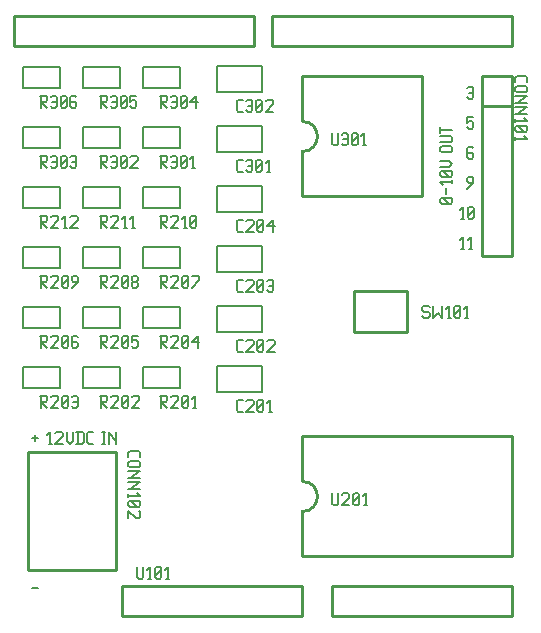
<source format=gbr>
G04 start of page 7 for group -4079 idx -4079 *
G04 Title: (unknown), topsilk *
G04 Creator: pcb 20091103 *
G04 CreationDate: Fri 18 Mar 2011 03:16:31 AM GMT UTC *
G04 For: jlamothe *
G04 Format: Gerber/RS-274X *
G04 PCB-Dimensions: 180000 210000 *
G04 PCB-Coordinate-Origin: lower left *
%MOIN*%
%FSLAX25Y25*%
%LNFRONTSILK*%
%ADD13C,0.0100*%
%ADD33C,0.0060*%
%ADD34C,0.0080*%
G54D33*X156500Y161500D02*X157000Y161000D01*
X155500Y161500D02*X156500D01*
X155000Y161000D02*X155500Y161500D01*
X155000Y161000D02*Y158000D01*
X155500Y157500D01*
X156500Y159500D02*X157000Y159000D01*
X155000Y159500D02*X156500D01*
X155500Y157500D02*X156500D01*
X157000Y158000D01*
Y159000D02*Y158000D01*
X155000Y147500D02*X157000Y149500D01*
Y151000D02*Y149500D01*
X156500Y151500D02*X157000Y151000D01*
X155500Y151500D02*X156500D01*
X155000Y151000D02*X155500Y151500D01*
X155000Y151000D02*Y150000D01*
X155500Y149500D01*
X157000D01*
X153000Y137500D02*X154000D01*
X153500Y141500D02*Y137500D01*
X152500Y140500D02*X153500Y141500D01*
X155201Y138000D02*X155701Y137500D01*
X155201Y141000D02*Y138000D01*
Y141000D02*X155701Y141500D01*
X156701D01*
X157201Y141000D01*
Y138000D01*
X156701Y137500D02*X157201Y138000D01*
X155701Y137500D02*X156701D01*
X155201Y138500D02*X157201Y140500D01*
X153000Y127500D02*X154000D01*
X153500Y131500D02*Y127500D01*
X152500Y130500D02*X153500Y131500D01*
X155701Y127500D02*X156701D01*
X156201Y131500D02*Y127500D01*
X155201Y130500D02*X156201Y131500D01*
X149500Y142500D02*X150000Y143000D01*
X146500Y142500D02*X149500D01*
X146500D02*X146000Y143000D01*
Y144000D02*Y143000D01*
Y144000D02*X146500Y144500D01*
X149500D01*
X150000Y144000D02*X149500Y144500D01*
X150000Y144000D02*Y143000D01*
X149000Y142500D02*X147000Y144500D01*
X148000Y147701D02*Y145701D01*
X150000Y150402D02*Y149402D01*
X146000Y149902D02*X150000D01*
X147000Y148902D02*X146000Y149902D01*
X149500Y151603D02*X150000Y152103D01*
X146500Y151603D02*X149500D01*
X146500D02*X146000Y152103D01*
Y153103D02*Y152103D01*
Y153103D02*X146500Y153603D01*
X149500D01*
X150000Y153103D02*X149500Y153603D01*
X150000Y153103D02*Y152103D01*
X149000Y151603D02*X147000Y153603D01*
X146000Y154804D02*X149000D01*
X150000Y155804D01*
X149000Y156804D01*
X146000D02*X149000D01*
X146500Y159805D02*X149500D01*
X146500D02*X146000Y160305D01*
Y161305D02*Y160305D01*
Y161305D02*X146500Y161805D01*
X149500D01*
X150000Y161305D02*X149500Y161805D01*
X150000Y161305D02*Y160305D01*
X149500Y159805D02*X150000Y160305D01*
X146000Y163006D02*X149500D01*
X150000Y163506D01*
Y164506D02*Y163506D01*
Y164506D02*X149500Y165006D01*
X146000D02*X149500D01*
X146000Y168207D02*Y166207D01*
Y167207D02*X150000D01*
X155000Y181000D02*X155500Y181500D01*
X156500D01*
X157000Y181000D01*
Y178000D01*
X156500Y177500D02*X157000Y178000D01*
X155500Y177500D02*X156500D01*
X155000Y178000D02*X155500Y177500D01*
Y179500D02*X157000D01*
X155000Y171500D02*X157000D01*
X155000D02*Y169500D01*
X155500Y170000D01*
X156500D01*
X157000Y169500D01*
Y168000D01*
X156500Y167500D02*X157000Y168000D01*
X155500Y167500D02*X156500D01*
X155000Y168000D02*X155500Y167500D01*
X10000Y64500D02*X12000D01*
X11000Y65500D02*Y63500D01*
X10000Y14500D02*X12000D01*
X15500Y62500D02*X16500D01*
X16000Y66500D02*Y62500D01*
X15000Y65500D02*X16000Y66500D01*
X17701Y66000D02*X18201Y66500D01*
X19701D01*
X20201Y66000D01*
Y65000D01*
X17701Y62500D02*X20201Y65000D01*
X17701Y62500D02*X20201D01*
X21402Y66500D02*Y63500D01*
X22402Y62500D01*
X23402Y63500D01*
Y66500D02*Y63500D01*
X25103Y66500D02*Y62500D01*
X26603Y66500D02*X27103Y66000D01*
Y63000D01*
X26603Y62500D02*X27103Y63000D01*
X24603Y62500D02*X26603D01*
X24603Y66500D02*X26603D01*
X28804Y62500D02*X30304D01*
X28304Y63000D02*X28804Y62500D01*
X28304Y66000D02*Y63000D01*
Y66000D02*X28804Y66500D01*
X30304D01*
X33305D02*X34305D01*
X33805D02*Y62500D01*
X33305D02*X34305D01*
X35506Y66500D02*Y62500D01*
Y66500D02*Y66000D01*
X38006Y63500D01*
Y66500D02*Y62500D01*
G54D34*X86500Y188600D02*X71400D01*
X86500Y179800D02*Y188600D01*
X71400Y179800D02*X86500D01*
X71400Y188600D02*Y179800D01*
X86500Y168600D02*X71400D01*
X86500Y159800D02*Y168600D01*
X71400Y159800D02*X86500D01*
X71400Y168600D02*Y159800D01*
X39100Y148000D02*X27000D01*
X39100Y141000D02*Y148000D01*
X27000Y141000D02*X39100D01*
X27000Y148000D02*Y141000D01*
X59100Y148000D02*X47000D01*
X59100Y141000D02*Y148000D01*
X47000Y141000D02*X59100D01*
X47000Y148000D02*Y141000D01*
G54D13*X100000Y185000D02*Y170000D01*
Y160000D02*Y145000D01*
Y185000D02*X140000D01*
Y145000D01*
X100000D02*X140000D01*
X100000Y160000D02*G75*G03X100000Y170000I0J5000D01*G01*
X170000Y175000D02*Y185000D01*
X160000Y175000D02*X170000D01*
Y185000D02*X160000D01*
X170000Y125000D02*Y185000D01*
X160000Y125000D02*X170000D01*
X160000Y185000D02*Y125000D01*
G54D34*X59100Y128000D02*X47000D01*
X59100Y121000D02*Y128000D01*
X47000Y121000D02*X59100D01*
X47000Y128000D02*Y121000D01*
X86500Y148600D02*X71400D01*
X86500Y139800D02*Y148600D01*
X71400Y139800D02*X86500D01*
X71400Y148600D02*Y139800D01*
X86500Y128600D02*X71400D01*
X86500Y119800D02*Y128600D01*
X71400Y119800D02*X86500D01*
X71400Y128600D02*Y119800D01*
X19100Y188000D02*X7000D01*
X19100Y181000D02*Y188000D01*
X7000Y181000D02*X19100D01*
X7000Y188000D02*Y181000D01*
X39100Y188000D02*X27000D01*
X39100Y181000D02*Y188000D01*
X27000Y181000D02*X39100D01*
X27000Y188000D02*Y181000D01*
X59100Y188000D02*X47000D01*
X59100Y181000D02*Y188000D01*
X47000Y181000D02*X59100D01*
X47000Y188000D02*Y181000D01*
X19100Y168000D02*X7000D01*
X19100Y161000D02*Y168000D01*
X7000Y161000D02*X19100D01*
X7000Y168000D02*Y161000D01*
X39100Y168000D02*X27000D01*
X39100Y161000D02*Y168000D01*
X27000Y161000D02*X39100D01*
X27000Y168000D02*Y161000D01*
X59100Y168000D02*X47000D01*
X59100Y161000D02*Y168000D01*
X47000Y161000D02*X59100D01*
X47000Y168000D02*Y161000D01*
X19100Y108000D02*X7000D01*
X19100Y101000D02*Y108000D01*
X7000Y101000D02*X19100D01*
X7000Y108000D02*Y101000D01*
X19100Y148000D02*X7000D01*
X19100Y141000D02*Y148000D01*
X7000Y141000D02*X19100D01*
X7000Y148000D02*Y141000D01*
X39100Y108000D02*X27000D01*
X39100Y101000D02*Y108000D01*
X27000Y101000D02*X39100D01*
X27000Y108000D02*Y101000D01*
X59100Y108000D02*X47000D01*
X59100Y101000D02*Y108000D01*
X47000Y101000D02*X59100D01*
X47000Y108000D02*Y101000D01*
X19100Y88000D02*X7000D01*
X19100Y81000D02*Y88000D01*
X7000Y81000D02*X19100D01*
X7000Y88000D02*Y81000D01*
X39100Y88000D02*X27000D01*
X39100Y81000D02*Y88000D01*
X27000Y81000D02*X39100D01*
X27000Y88000D02*Y81000D01*
G54D13*X40000Y15000D02*X100000D01*
X40000Y5000D02*Y15000D01*
X100000Y5000D02*X40000D01*
X100000Y15000D02*Y5000D01*
X110000Y15000D02*X170000D01*
X110000Y5000D02*Y15000D01*
X170000Y5000D02*X110000D01*
X170000Y15000D02*Y5000D01*
X4000Y205000D02*X84000D01*
X4000Y195000D02*Y205000D01*
X84000Y195000D02*X4000D01*
X84000Y205000D02*Y195000D01*
X170000Y205000D02*X90000D01*
X170000Y195000D02*Y205000D01*
X90000Y195000D02*X170000D01*
X90000Y205000D02*Y195000D01*
G54D34*X19100Y128000D02*X7000D01*
X19100Y121000D02*Y128000D01*
X7000Y121000D02*X19100D01*
X7000Y128000D02*Y121000D01*
X39100Y128000D02*X27000D01*
X39100Y121000D02*Y128000D01*
X27000Y121000D02*X39100D01*
X27000Y128000D02*Y121000D01*
X86500Y108600D02*X71400D01*
X86500Y99800D02*Y108600D01*
X71400Y99800D02*X86500D01*
X71400Y108600D02*Y99800D01*
X86500Y88600D02*X71400D01*
X86500Y79800D02*Y88600D01*
X71400Y79800D02*X86500D01*
X71400Y88600D02*Y79800D01*
X59100Y88000D02*X47000D01*
X59100Y81000D02*Y88000D01*
X47000Y81000D02*X59100D01*
X47000Y88000D02*Y81000D01*
G54D13*X8465Y20473D02*X37992D01*
Y59843D02*Y20473D01*
X8465Y59843D02*X37992D01*
X8465D02*Y20473D01*
X100000Y65000D02*Y50000D01*
Y40000D02*Y25000D01*
Y65000D02*X170000D01*
Y25000D01*
X100000D02*X170000D01*
X100000Y40000D02*G75*G03X100000Y50000I0J5000D01*G01*
X135000Y113595D02*X117283D01*
X135000Y99815D02*Y113595D01*
X117283Y99815D02*X135000D01*
X117283Y113595D02*Y99815D01*
G54D33*X12500Y178500D02*X14500D01*
X15000Y178000D01*
Y177000D01*
X14500Y176500D02*X15000Y177000D01*
X13000Y176500D02*X14500D01*
X13000Y178500D02*Y174500D01*
Y176500D02*X15000Y174500D01*
X16201Y178000D02*X16701Y178500D01*
X17701D01*
X18201Y178000D01*
Y175000D01*
X17701Y174500D02*X18201Y175000D01*
X16701Y174500D02*X17701D01*
X16201Y175000D02*X16701Y174500D01*
Y176500D02*X18201D01*
X19402Y175000D02*X19902Y174500D01*
X19402Y178000D02*Y175000D01*
Y178000D02*X19902Y178500D01*
X20902D01*
X21402Y178000D01*
Y175000D01*
X20902Y174500D02*X21402Y175000D01*
X19902Y174500D02*X20902D01*
X19402Y175500D02*X21402Y177500D01*
X24103Y178500D02*X24603Y178000D01*
X23103Y178500D02*X24103D01*
X22603Y178000D02*X23103Y178500D01*
X22603Y178000D02*Y175000D01*
X23103Y174500D01*
X24103Y176500D02*X24603Y176000D01*
X22603Y176500D02*X24103D01*
X23103Y174500D02*X24103D01*
X24603Y175000D01*
Y176000D02*Y175000D01*
X32500Y178500D02*X34500D01*
X35000Y178000D01*
Y177000D01*
X34500Y176500D02*X35000Y177000D01*
X33000Y176500D02*X34500D01*
X33000Y178500D02*Y174500D01*
Y176500D02*X35000Y174500D01*
X36201Y178000D02*X36701Y178500D01*
X37701D01*
X38201Y178000D01*
Y175000D01*
X37701Y174500D02*X38201Y175000D01*
X36701Y174500D02*X37701D01*
X36201Y175000D02*X36701Y174500D01*
Y176500D02*X38201D01*
X39402Y175000D02*X39902Y174500D01*
X39402Y178000D02*Y175000D01*
Y178000D02*X39902Y178500D01*
X40902D01*
X41402Y178000D01*
Y175000D01*
X40902Y174500D02*X41402Y175000D01*
X39902Y174500D02*X40902D01*
X39402Y175500D02*X41402Y177500D01*
X42603Y178500D02*X44603D01*
X42603D02*Y176500D01*
X43103Y177000D01*
X44103D01*
X44603Y176500D01*
Y175000D01*
X44103Y174500D02*X44603Y175000D01*
X43103Y174500D02*X44103D01*
X42603Y175000D02*X43103Y174500D01*
X12500Y158500D02*X14500D01*
X15000Y158000D01*
Y157000D01*
X14500Y156500D02*X15000Y157000D01*
X13000Y156500D02*X14500D01*
X13000Y158500D02*Y154500D01*
Y156500D02*X15000Y154500D01*
X16201Y158000D02*X16701Y158500D01*
X17701D01*
X18201Y158000D01*
Y155000D01*
X17701Y154500D02*X18201Y155000D01*
X16701Y154500D02*X17701D01*
X16201Y155000D02*X16701Y154500D01*
Y156500D02*X18201D01*
X19402Y155000D02*X19902Y154500D01*
X19402Y158000D02*Y155000D01*
Y158000D02*X19902Y158500D01*
X20902D01*
X21402Y158000D01*
Y155000D01*
X20902Y154500D02*X21402Y155000D01*
X19902Y154500D02*X20902D01*
X19402Y155500D02*X21402Y157500D01*
X22603Y158000D02*X23103Y158500D01*
X24103D01*
X24603Y158000D01*
Y155000D01*
X24103Y154500D02*X24603Y155000D01*
X23103Y154500D02*X24103D01*
X22603Y155000D02*X23103Y154500D01*
Y156500D02*X24603D01*
X78600Y173300D02*X80100D01*
X78100Y173800D02*X78600Y173300D01*
X78100Y176800D02*Y173800D01*
Y176800D02*X78600Y177300D01*
X80100D01*
X81301Y176800D02*X81801Y177300D01*
X82801D01*
X83301Y176800D01*
Y173800D01*
X82801Y173300D02*X83301Y173800D01*
X81801Y173300D02*X82801D01*
X81301Y173800D02*X81801Y173300D01*
Y175300D02*X83301D01*
X84502Y173800D02*X85002Y173300D01*
X84502Y176800D02*Y173800D01*
Y176800D02*X85002Y177300D01*
X86002D01*
X86502Y176800D01*
Y173800D01*
X86002Y173300D02*X86502Y173800D01*
X85002Y173300D02*X86002D01*
X84502Y174300D02*X86502Y176300D01*
X87703Y176800D02*X88203Y177300D01*
X89703D01*
X90203Y176800D01*
Y175800D01*
X87703Y173300D02*X90203Y175800D01*
X87703Y173300D02*X90203D01*
X78600Y153300D02*X80100D01*
X78100Y153800D02*X78600Y153300D01*
X78100Y156800D02*Y153800D01*
Y156800D02*X78600Y157300D01*
X80100D01*
X81301Y156800D02*X81801Y157300D01*
X82801D01*
X83301Y156800D01*
Y153800D01*
X82801Y153300D02*X83301Y153800D01*
X81801Y153300D02*X82801D01*
X81301Y153800D02*X81801Y153300D01*
Y155300D02*X83301D01*
X84502Y153800D02*X85002Y153300D01*
X84502Y156800D02*Y153800D01*
Y156800D02*X85002Y157300D01*
X86002D01*
X86502Y156800D01*
Y153800D01*
X86002Y153300D02*X86502Y153800D01*
X85002Y153300D02*X86002D01*
X84502Y154300D02*X86502Y156300D01*
X88203Y153300D02*X89203D01*
X88703Y157300D02*Y153300D01*
X87703Y156300D02*X88703Y157300D01*
X110000Y166000D02*Y162500D01*
X110500Y162000D01*
X111500D01*
X112000Y162500D01*
Y166000D02*Y162500D01*
X113201Y165500D02*X113701Y166000D01*
X114701D01*
X115201Y165500D01*
Y162500D01*
X114701Y162000D02*X115201Y162500D01*
X113701Y162000D02*X114701D01*
X113201Y162500D02*X113701Y162000D01*
Y164000D02*X115201D01*
X116402Y162500D02*X116902Y162000D01*
X116402Y165500D02*Y162500D01*
Y165500D02*X116902Y166000D01*
X117902D01*
X118402Y165500D01*
Y162500D01*
X117902Y162000D02*X118402Y162500D01*
X116902Y162000D02*X117902D01*
X116402Y163000D02*X118402Y165000D01*
X120103Y162000D02*X121103D01*
X120603Y166000D02*Y162000D01*
X119603Y165000D02*X120603Y166000D01*
X52500Y178500D02*X54500D01*
X55000Y178000D01*
Y177000D01*
X54500Y176500D02*X55000Y177000D01*
X53000Y176500D02*X54500D01*
X53000Y178500D02*Y174500D01*
Y176500D02*X55000Y174500D01*
X56201Y178000D02*X56701Y178500D01*
X57701D01*
X58201Y178000D01*
Y175000D01*
X57701Y174500D02*X58201Y175000D01*
X56701Y174500D02*X57701D01*
X56201Y175000D02*X56701Y174500D01*
Y176500D02*X58201D01*
X59402Y175000D02*X59902Y174500D01*
X59402Y178000D02*Y175000D01*
Y178000D02*X59902Y178500D01*
X60902D01*
X61402Y178000D01*
Y175000D01*
X60902Y174500D02*X61402Y175000D01*
X59902Y174500D02*X60902D01*
X59402Y175500D02*X61402Y177500D01*
X62603Y176500D02*X64603Y178500D01*
X62603Y176500D02*X65103D01*
X64603Y178500D02*Y174500D01*
X52500Y158500D02*X54500D01*
X55000Y158000D01*
Y157000D01*
X54500Y156500D02*X55000Y157000D01*
X53000Y156500D02*X54500D01*
X53000Y158500D02*Y154500D01*
Y156500D02*X55000Y154500D01*
X56201Y158000D02*X56701Y158500D01*
X57701D01*
X58201Y158000D01*
Y155000D01*
X57701Y154500D02*X58201Y155000D01*
X56701Y154500D02*X57701D01*
X56201Y155000D02*X56701Y154500D01*
Y156500D02*X58201D01*
X59402Y155000D02*X59902Y154500D01*
X59402Y158000D02*Y155000D01*
Y158000D02*X59902Y158500D01*
X60902D01*
X61402Y158000D01*
Y155000D01*
X60902Y154500D02*X61402Y155000D01*
X59902Y154500D02*X60902D01*
X59402Y155500D02*X61402Y157500D01*
X63103Y154500D02*X64103D01*
X63603Y158500D02*Y154500D01*
X62603Y157500D02*X63603Y158500D01*
X171000Y184500D02*Y183000D01*
X171500Y185000D02*X171000Y184500D01*
X171500Y185000D02*X174500D01*
X175000Y184500D01*
Y183000D01*
X171500Y181799D02*X174500D01*
X175000Y181299D01*
Y180299D01*
X174500Y179799D01*
X171500D02*X174500D01*
X171000Y180299D02*X171500Y179799D01*
X171000Y181299D02*Y180299D01*
X171500Y181799D02*X171000Y181299D01*
Y178598D02*X175000D01*
X174500D02*X175000D01*
X174500D02*X172000Y176098D01*
X171000D02*X175000D01*
X171000Y174897D02*X175000D01*
X174500D02*X175000D01*
X174500D02*X172000Y172397D01*
X171000D02*X175000D01*
X171000Y170696D02*Y169696D01*
Y170196D02*X175000D01*
X174000Y171196D02*X175000Y170196D01*
X171500Y168495D02*X171000Y167995D01*
X171500Y168495D02*X174500D01*
X175000Y167995D01*
Y166995D01*
X174500Y166495D01*
X171500D02*X174500D01*
X171000Y166995D02*X171500Y166495D01*
X171000Y167995D02*Y166995D01*
X172000Y168495D02*X174000Y166495D01*
X171000Y164794D02*Y163794D01*
Y164294D02*X175000D01*
X174000Y165294D02*X175000Y164294D01*
X32500Y158500D02*X34500D01*
X35000Y158000D01*
Y157000D01*
X34500Y156500D02*X35000Y157000D01*
X33000Y156500D02*X34500D01*
X33000Y158500D02*Y154500D01*
Y156500D02*X35000Y154500D01*
X36201Y158000D02*X36701Y158500D01*
X37701D01*
X38201Y158000D01*
Y155000D01*
X37701Y154500D02*X38201Y155000D01*
X36701Y154500D02*X37701D01*
X36201Y155000D02*X36701Y154500D01*
Y156500D02*X38201D01*
X39402Y155000D02*X39902Y154500D01*
X39402Y158000D02*Y155000D01*
Y158000D02*X39902Y158500D01*
X40902D01*
X41402Y158000D01*
Y155000D01*
X40902Y154500D02*X41402Y155000D01*
X39902Y154500D02*X40902D01*
X39402Y155500D02*X41402Y157500D01*
X42603Y158000D02*X43103Y158500D01*
X44603D01*
X45103Y158000D01*
Y157000D01*
X42603Y154500D02*X45103Y157000D01*
X42603Y154500D02*X45103D01*
X32500Y138500D02*X34500D01*
X35000Y138000D01*
Y137000D01*
X34500Y136500D02*X35000Y137000D01*
X33000Y136500D02*X34500D01*
X33000Y138500D02*Y134500D01*
Y136500D02*X35000Y134500D01*
X36201Y138000D02*X36701Y138500D01*
X38201D01*
X38701Y138000D01*
Y137000D01*
X36201Y134500D02*X38701Y137000D01*
X36201Y134500D02*X38701D01*
X40402D02*X41402D01*
X40902Y138500D02*Y134500D01*
X39902Y137500D02*X40902Y138500D01*
X43103Y134500D02*X44103D01*
X43603Y138500D02*Y134500D01*
X42603Y137500D02*X43603Y138500D01*
X52500D02*X54500D01*
X55000Y138000D01*
Y137000D01*
X54500Y136500D02*X55000Y137000D01*
X53000Y136500D02*X54500D01*
X53000Y138500D02*Y134500D01*
Y136500D02*X55000Y134500D01*
X56201Y138000D02*X56701Y138500D01*
X58201D01*
X58701Y138000D01*
Y137000D01*
X56201Y134500D02*X58701Y137000D01*
X56201Y134500D02*X58701D01*
X60402D02*X61402D01*
X60902Y138500D02*Y134500D01*
X59902Y137500D02*X60902Y138500D01*
X62603Y135000D02*X63103Y134500D01*
X62603Y138000D02*Y135000D01*
Y138000D02*X63103Y138500D01*
X64103D01*
X64603Y138000D01*
Y135000D01*
X64103Y134500D02*X64603Y135000D01*
X63103Y134500D02*X64103D01*
X62603Y135500D02*X64603Y137500D01*
X52500Y118500D02*X54500D01*
X55000Y118000D01*
Y117000D01*
X54500Y116500D02*X55000Y117000D01*
X53000Y116500D02*X54500D01*
X53000Y118500D02*Y114500D01*
Y116500D02*X55000Y114500D01*
X56201Y118000D02*X56701Y118500D01*
X58201D01*
X58701Y118000D01*
Y117000D01*
X56201Y114500D02*X58701Y117000D01*
X56201Y114500D02*X58701D01*
X59902Y115000D02*X60402Y114500D01*
X59902Y118000D02*Y115000D01*
Y118000D02*X60402Y118500D01*
X61402D01*
X61902Y118000D01*
Y115000D01*
X61402Y114500D02*X61902Y115000D01*
X60402Y114500D02*X61402D01*
X59902Y115500D02*X61902Y117500D01*
X63103Y114500D02*X65603Y117000D01*
Y118500D02*Y117000D01*
X63103Y118500D02*X65603D01*
X78600Y133300D02*X80100D01*
X78100Y133800D02*X78600Y133300D01*
X78100Y136800D02*Y133800D01*
Y136800D02*X78600Y137300D01*
X80100D01*
X81301Y136800D02*X81801Y137300D01*
X83301D01*
X83801Y136800D01*
Y135800D01*
X81301Y133300D02*X83801Y135800D01*
X81301Y133300D02*X83801D01*
X85002Y133800D02*X85502Y133300D01*
X85002Y136800D02*Y133800D01*
Y136800D02*X85502Y137300D01*
X86502D01*
X87002Y136800D01*
Y133800D01*
X86502Y133300D02*X87002Y133800D01*
X85502Y133300D02*X86502D01*
X85002Y134300D02*X87002Y136300D01*
X88203Y135300D02*X90203Y137300D01*
X88203Y135300D02*X90703D01*
X90203Y137300D02*Y133300D01*
X78600Y113300D02*X80100D01*
X78100Y113800D02*X78600Y113300D01*
X78100Y116800D02*Y113800D01*
Y116800D02*X78600Y117300D01*
X80100D01*
X81301Y116800D02*X81801Y117300D01*
X83301D01*
X83801Y116800D01*
Y115800D01*
X81301Y113300D02*X83801Y115800D01*
X81301Y113300D02*X83801D01*
X85002Y113800D02*X85502Y113300D01*
X85002Y116800D02*Y113800D01*
Y116800D02*X85502Y117300D01*
X86502D01*
X87002Y116800D01*
Y113800D01*
X86502Y113300D02*X87002Y113800D01*
X85502Y113300D02*X86502D01*
X85002Y114300D02*X87002Y116300D01*
X88203Y116800D02*X88703Y117300D01*
X89703D01*
X90203Y116800D01*
Y113800D01*
X89703Y113300D02*X90203Y113800D01*
X88703Y113300D02*X89703D01*
X88203Y113800D02*X88703Y113300D01*
Y115300D02*X90203D01*
X12500Y98500D02*X14500D01*
X15000Y98000D01*
Y97000D01*
X14500Y96500D02*X15000Y97000D01*
X13000Y96500D02*X14500D01*
X13000Y98500D02*Y94500D01*
Y96500D02*X15000Y94500D01*
X16201Y98000D02*X16701Y98500D01*
X18201D01*
X18701Y98000D01*
Y97000D01*
X16201Y94500D02*X18701Y97000D01*
X16201Y94500D02*X18701D01*
X19902Y95000D02*X20402Y94500D01*
X19902Y98000D02*Y95000D01*
Y98000D02*X20402Y98500D01*
X21402D01*
X21902Y98000D01*
Y95000D01*
X21402Y94500D02*X21902Y95000D01*
X20402Y94500D02*X21402D01*
X19902Y95500D02*X21902Y97500D01*
X24603Y98500D02*X25103Y98000D01*
X23603Y98500D02*X24603D01*
X23103Y98000D02*X23603Y98500D01*
X23103Y98000D02*Y95000D01*
X23603Y94500D01*
X24603Y96500D02*X25103Y96000D01*
X23103Y96500D02*X24603D01*
X23603Y94500D02*X24603D01*
X25103Y95000D01*
Y96000D02*Y95000D01*
X12500Y78500D02*X14500D01*
X15000Y78000D01*
Y77000D01*
X14500Y76500D02*X15000Y77000D01*
X13000Y76500D02*X14500D01*
X13000Y78500D02*Y74500D01*
Y76500D02*X15000Y74500D01*
X16201Y78000D02*X16701Y78500D01*
X18201D01*
X18701Y78000D01*
Y77000D01*
X16201Y74500D02*X18701Y77000D01*
X16201Y74500D02*X18701D01*
X19902Y75000D02*X20402Y74500D01*
X19902Y78000D02*Y75000D01*
Y78000D02*X20402Y78500D01*
X21402D01*
X21902Y78000D01*
Y75000D01*
X21402Y74500D02*X21902Y75000D01*
X20402Y74500D02*X21402D01*
X19902Y75500D02*X21902Y77500D01*
X23103Y78000D02*X23603Y78500D01*
X24603D01*
X25103Y78000D01*
Y75000D01*
X24603Y74500D02*X25103Y75000D01*
X23603Y74500D02*X24603D01*
X23103Y75000D02*X23603Y74500D01*
Y76500D02*X25103D01*
X12500Y118500D02*X14500D01*
X15000Y118000D01*
Y117000D01*
X14500Y116500D02*X15000Y117000D01*
X13000Y116500D02*X14500D01*
X13000Y118500D02*Y114500D01*
Y116500D02*X15000Y114500D01*
X16201Y118000D02*X16701Y118500D01*
X18201D01*
X18701Y118000D01*
Y117000D01*
X16201Y114500D02*X18701Y117000D01*
X16201Y114500D02*X18701D01*
X19902Y115000D02*X20402Y114500D01*
X19902Y118000D02*Y115000D01*
Y118000D02*X20402Y118500D01*
X21402D01*
X21902Y118000D01*
Y115000D01*
X21402Y114500D02*X21902Y115000D01*
X20402Y114500D02*X21402D01*
X19902Y115500D02*X21902Y117500D01*
X23103Y114500D02*X25103Y116500D01*
Y118000D02*Y116500D01*
X24603Y118500D02*X25103Y118000D01*
X23603Y118500D02*X24603D01*
X23103Y118000D02*X23603Y118500D01*
X23103Y118000D02*Y117000D01*
X23603Y116500D01*
X25103D01*
X12500Y138500D02*X14500D01*
X15000Y138000D01*
Y137000D01*
X14500Y136500D02*X15000Y137000D01*
X13000Y136500D02*X14500D01*
X13000Y138500D02*Y134500D01*
Y136500D02*X15000Y134500D01*
X16201Y138000D02*X16701Y138500D01*
X18201D01*
X18701Y138000D01*
Y137000D01*
X16201Y134500D02*X18701Y137000D01*
X16201Y134500D02*X18701D01*
X20402D02*X21402D01*
X20902Y138500D02*Y134500D01*
X19902Y137500D02*X20902Y138500D01*
X22603Y138000D02*X23103Y138500D01*
X24603D01*
X25103Y138000D01*
Y137000D01*
X22603Y134500D02*X25103Y137000D01*
X22603Y134500D02*X25103D01*
X32500Y98500D02*X34500D01*
X35000Y98000D01*
Y97000D01*
X34500Y96500D02*X35000Y97000D01*
X33000Y96500D02*X34500D01*
X33000Y98500D02*Y94500D01*
Y96500D02*X35000Y94500D01*
X36201Y98000D02*X36701Y98500D01*
X38201D01*
X38701Y98000D01*
Y97000D01*
X36201Y94500D02*X38701Y97000D01*
X36201Y94500D02*X38701D01*
X39902Y95000D02*X40402Y94500D01*
X39902Y98000D02*Y95000D01*
Y98000D02*X40402Y98500D01*
X41402D01*
X41902Y98000D01*
Y95000D01*
X41402Y94500D02*X41902Y95000D01*
X40402Y94500D02*X41402D01*
X39902Y95500D02*X41902Y97500D01*
X43103Y98500D02*X45103D01*
X43103D02*Y96500D01*
X43603Y97000D01*
X44603D01*
X45103Y96500D01*
Y95000D01*
X44603Y94500D02*X45103Y95000D01*
X43603Y94500D02*X44603D01*
X43103Y95000D02*X43603Y94500D01*
X32500Y78500D02*X34500D01*
X35000Y78000D01*
Y77000D01*
X34500Y76500D02*X35000Y77000D01*
X33000Y76500D02*X34500D01*
X33000Y78500D02*Y74500D01*
Y76500D02*X35000Y74500D01*
X36201Y78000D02*X36701Y78500D01*
X38201D01*
X38701Y78000D01*
Y77000D01*
X36201Y74500D02*X38701Y77000D01*
X36201Y74500D02*X38701D01*
X39902Y75000D02*X40402Y74500D01*
X39902Y78000D02*Y75000D01*
Y78000D02*X40402Y78500D01*
X41402D01*
X41902Y78000D01*
Y75000D01*
X41402Y74500D02*X41902Y75000D01*
X40402Y74500D02*X41402D01*
X39902Y75500D02*X41902Y77500D01*
X43103Y78000D02*X43603Y78500D01*
X45103D01*
X45603Y78000D01*
Y77000D01*
X43103Y74500D02*X45603Y77000D01*
X43103Y74500D02*X45603D01*
X45000Y21500D02*Y18000D01*
X45500Y17500D01*
X46500D01*
X47000Y18000D01*
Y21500D02*Y18000D01*
X48701Y17500D02*X49701D01*
X49201Y21500D02*Y17500D01*
X48201Y20500D02*X49201Y21500D01*
X50902Y18000D02*X51402Y17500D01*
X50902Y21000D02*Y18000D01*
Y21000D02*X51402Y21500D01*
X52402D01*
X52902Y21000D01*
Y18000D01*
X52402Y17500D02*X52902Y18000D01*
X51402Y17500D02*X52402D01*
X50902Y18500D02*X52902Y20500D01*
X54603Y17500D02*X55603D01*
X55103Y21500D02*Y17500D01*
X54103Y20500D02*X55103Y21500D01*
X42000Y59500D02*Y58000D01*
X42500Y60000D02*X42000Y59500D01*
X42500Y60000D02*X45500D01*
X46000Y59500D01*
Y58000D01*
X42500Y56799D02*X45500D01*
X46000Y56299D01*
Y55299D01*
X45500Y54799D01*
X42500D02*X45500D01*
X42000Y55299D02*X42500Y54799D01*
X42000Y56299D02*Y55299D01*
X42500Y56799D02*X42000Y56299D01*
Y53598D02*X46000D01*
X45500D02*X46000D01*
X45500D02*X43000Y51098D01*
X42000D02*X46000D01*
X42000Y49897D02*X46000D01*
X45500D02*X46000D01*
X45500D02*X43000Y47397D01*
X42000D02*X46000D01*
X42000Y45696D02*Y44696D01*
Y45196D02*X46000D01*
X45000Y46196D02*X46000Y45196D01*
X42500Y43495D02*X42000Y42995D01*
X42500Y43495D02*X45500D01*
X46000Y42995D01*
Y41995D01*
X45500Y41495D01*
X42500D02*X45500D01*
X42000Y41995D02*X42500Y41495D01*
X42000Y42995D02*Y41995D01*
X43000Y43495D02*X45000Y41495D01*
X45500Y40294D02*X46000Y39794D01*
Y38294D01*
X45500Y37794D01*
X44500D02*X45500D01*
X42000Y40294D02*X44500Y37794D01*
X42000Y40294D02*Y37794D01*
X32500Y118500D02*X34500D01*
X35000Y118000D01*
Y117000D01*
X34500Y116500D02*X35000Y117000D01*
X33000Y116500D02*X34500D01*
X33000Y118500D02*Y114500D01*
Y116500D02*X35000Y114500D01*
X36201Y118000D02*X36701Y118500D01*
X38201D01*
X38701Y118000D01*
Y117000D01*
X36201Y114500D02*X38701Y117000D01*
X36201Y114500D02*X38701D01*
X39902Y115000D02*X40402Y114500D01*
X39902Y118000D02*Y115000D01*
Y118000D02*X40402Y118500D01*
X41402D01*
X41902Y118000D01*
Y115000D01*
X41402Y114500D02*X41902Y115000D01*
X40402Y114500D02*X41402D01*
X39902Y115500D02*X41902Y117500D01*
X43103Y115000D02*X43603Y114500D01*
X43103Y116000D02*Y115000D01*
Y116000D02*X43603Y116500D01*
X44603D01*
X45103Y116000D01*
Y115000D01*
X44603Y114500D02*X45103Y115000D01*
X43603Y114500D02*X44603D01*
X43103Y117000D02*X43603Y116500D01*
X43103Y118000D02*Y117000D01*
Y118000D02*X43603Y118500D01*
X44603D01*
X45103Y118000D01*
Y117000D01*
X44603Y116500D02*X45103Y117000D01*
X52500Y98500D02*X54500D01*
X55000Y98000D01*
Y97000D01*
X54500Y96500D02*X55000Y97000D01*
X53000Y96500D02*X54500D01*
X53000Y98500D02*Y94500D01*
Y96500D02*X55000Y94500D01*
X56201Y98000D02*X56701Y98500D01*
X58201D01*
X58701Y98000D01*
Y97000D01*
X56201Y94500D02*X58701Y97000D01*
X56201Y94500D02*X58701D01*
X59902Y95000D02*X60402Y94500D01*
X59902Y98000D02*Y95000D01*
Y98000D02*X60402Y98500D01*
X61402D01*
X61902Y98000D01*
Y95000D01*
X61402Y94500D02*X61902Y95000D01*
X60402Y94500D02*X61402D01*
X59902Y95500D02*X61902Y97500D01*
X63103Y96500D02*X65103Y98500D01*
X63103Y96500D02*X65603D01*
X65103Y98500D02*Y94500D01*
X110000Y46000D02*Y42500D01*
X110500Y42000D01*
X111500D01*
X112000Y42500D01*
Y46000D02*Y42500D01*
X113201Y45500D02*X113701Y46000D01*
X115201D01*
X115701Y45500D01*
Y44500D01*
X113201Y42000D02*X115701Y44500D01*
X113201Y42000D02*X115701D01*
X116902Y42500D02*X117402Y42000D01*
X116902Y45500D02*Y42500D01*
Y45500D02*X117402Y46000D01*
X118402D01*
X118902Y45500D01*
Y42500D01*
X118402Y42000D02*X118902Y42500D01*
X117402Y42000D02*X118402D01*
X116902Y43000D02*X118902Y45000D01*
X120603Y42000D02*X121603D01*
X121103Y46000D02*Y42000D01*
X120103Y45000D02*X121103Y46000D01*
X78600Y93300D02*X80100D01*
X78100Y93800D02*X78600Y93300D01*
X78100Y96800D02*Y93800D01*
Y96800D02*X78600Y97300D01*
X80100D01*
X81301Y96800D02*X81801Y97300D01*
X83301D01*
X83801Y96800D01*
Y95800D01*
X81301Y93300D02*X83801Y95800D01*
X81301Y93300D02*X83801D01*
X85002Y93800D02*X85502Y93300D01*
X85002Y96800D02*Y93800D01*
Y96800D02*X85502Y97300D01*
X86502D01*
X87002Y96800D01*
Y93800D01*
X86502Y93300D02*X87002Y93800D01*
X85502Y93300D02*X86502D01*
X85002Y94300D02*X87002Y96300D01*
X88203Y96800D02*X88703Y97300D01*
X90203D01*
X90703Y96800D01*
Y95800D01*
X88203Y93300D02*X90703Y95800D01*
X88203Y93300D02*X90703D01*
X78600Y73300D02*X80100D01*
X78100Y73800D02*X78600Y73300D01*
X78100Y76800D02*Y73800D01*
Y76800D02*X78600Y77300D01*
X80100D01*
X81301Y76800D02*X81801Y77300D01*
X83301D01*
X83801Y76800D01*
Y75800D01*
X81301Y73300D02*X83801Y75800D01*
X81301Y73300D02*X83801D01*
X85002Y73800D02*X85502Y73300D01*
X85002Y76800D02*Y73800D01*
Y76800D02*X85502Y77300D01*
X86502D01*
X87002Y76800D01*
Y73800D01*
X86502Y73300D02*X87002Y73800D01*
X85502Y73300D02*X86502D01*
X85002Y74300D02*X87002Y76300D01*
X88703Y73300D02*X89703D01*
X89203Y77300D02*Y73300D01*
X88203Y76300D02*X89203Y77300D01*
X52500Y78500D02*X54500D01*
X55000Y78000D01*
Y77000D01*
X54500Y76500D02*X55000Y77000D01*
X53000Y76500D02*X54500D01*
X53000Y78500D02*Y74500D01*
Y76500D02*X55000Y74500D01*
X56201Y78000D02*X56701Y78500D01*
X58201D01*
X58701Y78000D01*
Y77000D01*
X56201Y74500D02*X58701Y77000D01*
X56201Y74500D02*X58701D01*
X59902Y75000D02*X60402Y74500D01*
X59902Y78000D02*Y75000D01*
Y78000D02*X60402Y78500D01*
X61402D01*
X61902Y78000D01*
Y75000D01*
X61402Y74500D02*X61902Y75000D01*
X60402Y74500D02*X61402D01*
X59902Y75500D02*X61902Y77500D01*
X63603Y74500D02*X64603D01*
X64103Y78500D02*Y74500D01*
X63103Y77500D02*X64103Y78500D01*
X142000Y108500D02*X142500Y108000D01*
X140500Y108500D02*X142000D01*
X140000Y108000D02*X140500Y108500D01*
X140000Y108000D02*Y107000D01*
X140500Y106500D01*
X142000D01*
X142500Y106000D01*
Y105000D01*
X142000Y104500D02*X142500Y105000D01*
X140500Y104500D02*X142000D01*
X140000Y105000D02*X140500Y104500D01*
X143701Y108500D02*Y104500D01*
X145201Y106000D01*
X146701Y104500D01*
Y108500D02*Y104500D01*
X148402D02*X149402D01*
X148902Y108500D02*Y104500D01*
X147902Y107500D02*X148902Y108500D01*
X150603Y105000D02*X151103Y104500D01*
X150603Y108000D02*Y105000D01*
Y108000D02*X151103Y108500D01*
X152103D01*
X152603Y108000D01*
Y105000D01*
X152103Y104500D02*X152603Y105000D01*
X151103Y104500D02*X152103D01*
X150603Y105500D02*X152603Y107500D01*
X154304Y104500D02*X155304D01*
X154804Y108500D02*Y104500D01*
X153804Y107500D02*X154804Y108500D01*
M02*

</source>
